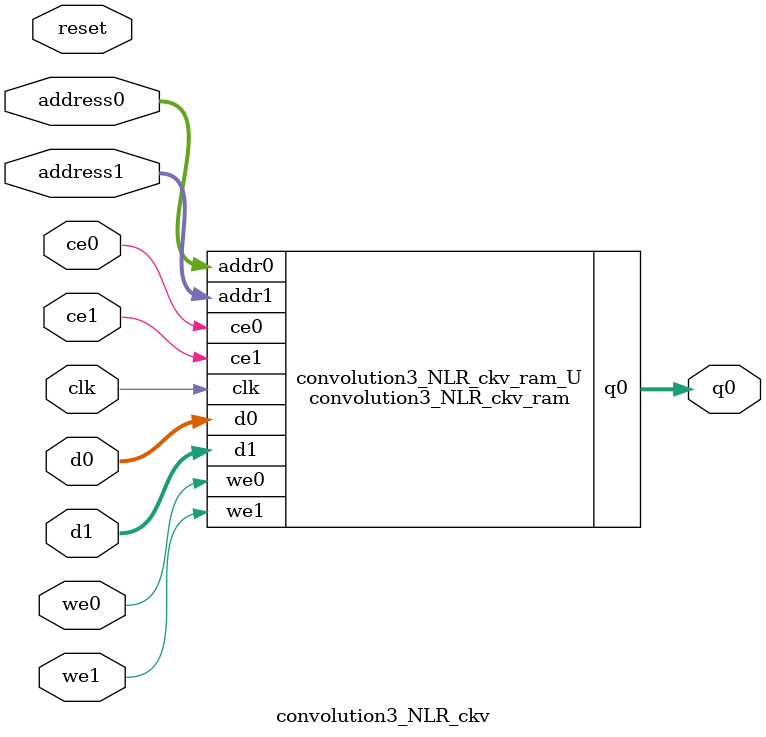
<source format=v>

`timescale 1 ns / 1 ps
module convolution3_NLR_ckv_ram (addr0, ce0, d0, we0, q0, addr1, ce1, d1, we1,  clk);

parameter DWIDTH = 16;
parameter AWIDTH = 8;
parameter MEM_SIZE = 169;

input[AWIDTH-1:0] addr0;
input ce0;
input[DWIDTH-1:0] d0;
input we0;
output reg[DWIDTH-1:0] q0;
input[AWIDTH-1:0] addr1;
input ce1;
input[DWIDTH-1:0] d1;
input we1;
input clk;

(* ram_style = "block" *)reg [DWIDTH-1:0] ram[0:MEM_SIZE-1];




always @(posedge clk)  
begin 
    if (ce0) 
    begin
        if (we0) 
        begin 
            ram[addr0] <= d0; 
            q0 <= d0;
        end 
        else 
            q0 <= ram[addr0];
    end
end


always @(posedge clk)  
begin 
    if (ce1) 
    begin
        if (we1) 
        begin 
            ram[addr1] <= d1; 
        end 
    end
end


endmodule


`timescale 1 ns / 1 ps
module convolution3_NLR_ckv(
    reset,
    clk,
    address0,
    ce0,
    we0,
    d0,
    q0,
    address1,
    ce1,
    we1,
    d1);

parameter DataWidth = 32'd16;
parameter AddressRange = 32'd169;
parameter AddressWidth = 32'd8;
input reset;
input clk;
input[AddressWidth - 1:0] address0;
input ce0;
input we0;
input[DataWidth - 1:0] d0;
output[DataWidth - 1:0] q0;
input[AddressWidth - 1:0] address1;
input ce1;
input we1;
input[DataWidth - 1:0] d1;



convolution3_NLR_ckv_ram convolution3_NLR_ckv_ram_U(
    .clk( clk ),
    .addr0( address0 ),
    .ce0( ce0 ),
    .d0( d0 ),
    .we0( we0 ),
    .q0( q0 ),
    .addr1( address1 ),
    .ce1( ce1 ),
    .d1( d1 ),
    .we1( we1 ));

endmodule


</source>
